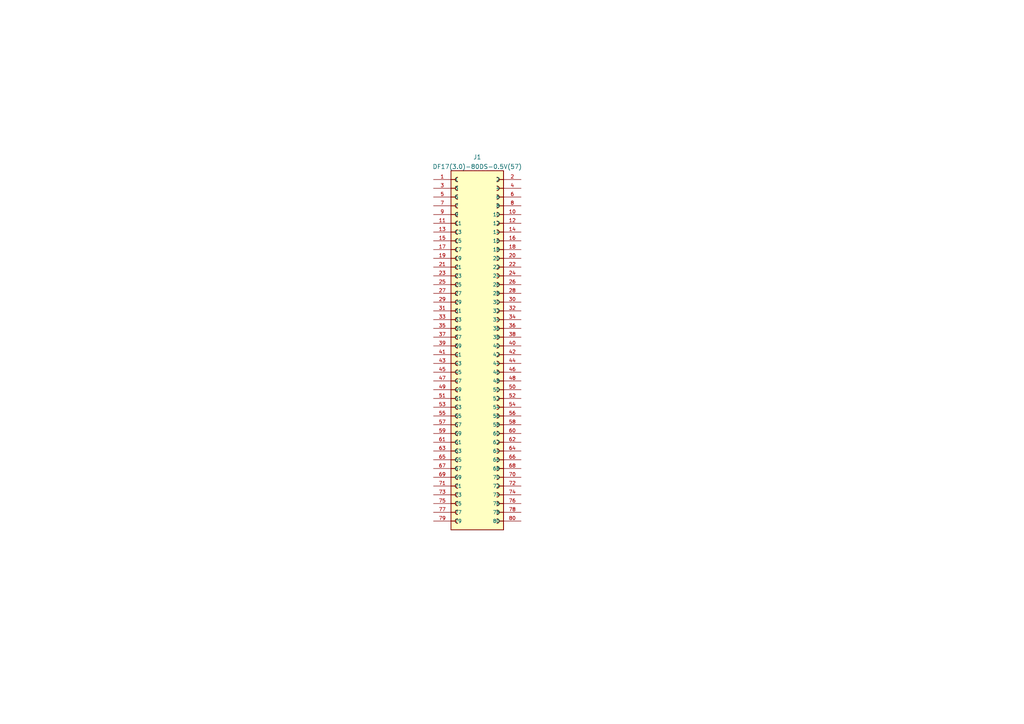
<source format=kicad_sch>
(kicad_sch (version 20211123) (generator eeschema)
  (paper "A4")
  (lib_symbols
    (symbol "DF17_3.0_-80DS-0.5V_57_:DF17(3.0)-80DS-0.5V(57)" (pin_names (offset 1.016))
      (property "Reference" "J" (at -8.128 53.34 0))
      (property "Value" "DF17(3.0)-80DS-0.5V(57)" (at -7.62 -53.34 0))
      (symbol "DF17(3.0)-80DS-0.5V(57)_0_0"
        (rectangle (start -7.62 -50.8) (end 7.62 53.34) (stroke (width 0.254)) (fill (type background)))
        (arc (start -5.715 -47.625) (mid -6.35 -48.26) (end -5.715 -48.895) (stroke (width 0.254)))
        (arc (start -5.715 -45.085) (mid -6.35 -45.72) (end -5.715 -46.355) (stroke (width 0.254)))
        (arc (start -5.715 -42.545) (mid -6.35 -43.18) (end -5.715 -43.815) (stroke (width 0.254)))
        (arc (start -5.715 -40.005) (mid -6.35 -40.64) (end -5.715 -41.275) (stroke (width 0.254)))
        (arc (start -5.715 -37.465) (mid -6.35 -38.1) (end -5.715 -38.735) (stroke (width 0.254)))
        (arc (start -5.715 -34.925) (mid -6.35 -35.56) (end -5.715 -36.195) (stroke (width 0.254)))
        (arc (start -5.715 -32.385) (mid -6.35 -33.02) (end -5.715 -33.655) (stroke (width 0.254)))
        (arc (start -5.715 -29.845) (mid -6.35 -30.48) (end -5.715 -31.115) (stroke (width 0.254)))
        (arc (start -5.715 -27.305) (mid -6.35 -27.94) (end -5.715 -28.575) (stroke (width 0.254)))
        (arc (start -5.715 -24.765) (mid -6.35 -25.4) (end -5.715 -26.035) (stroke (width 0.254)))
        (arc (start -5.715 -22.225) (mid -6.35 -22.86) (end -5.715 -23.495) (stroke (width 0.254)))
        (arc (start -5.715 -19.685) (mid -6.35 -20.32) (end -5.715 -20.955) (stroke (width 0.254)))
        (arc (start -5.715 -17.145) (mid -6.35 -17.78) (end -5.715 -18.415) (stroke (width 0.254)))
        (arc (start -5.715 -14.605) (mid -6.35 -15.24) (end -5.715 -15.875) (stroke (width 0.254)))
        (arc (start -5.715 -12.065) (mid -6.35 -12.7) (end -5.715 -13.335) (stroke (width 0.254)))
        (arc (start -5.715 -9.525) (mid -6.35 -10.16) (end -5.715 -10.795) (stroke (width 0.254)))
        (arc (start -5.715 -6.985) (mid -6.35 -7.62) (end -5.715 -8.255) (stroke (width 0.254)))
        (arc (start -5.715 -4.445) (mid -6.35 -5.08) (end -5.715 -5.715) (stroke (width 0.254)))
        (arc (start -5.715 -1.905) (mid -6.35 -2.54) (end -5.715 -3.175) (stroke (width 0.254)))
        (arc (start -5.715 0.635) (mid -6.35 0) (end -5.715 -0.635) (stroke (width 0.254)))
        (arc (start -5.715 3.175) (mid -6.35 2.54) (end -5.715 1.905) (stroke (width 0.254)))
        (arc (start -5.715 5.715) (mid -6.35 5.08) (end -5.715 4.445) (stroke (width 0.254)))
        (arc (start -5.715 8.255) (mid -6.35 7.62) (end -5.715 6.985) (stroke (width 0.254)))
        (arc (start -5.715 10.795) (mid -6.35 10.16) (end -5.715 9.525) (stroke (width 0.254)))
        (arc (start -5.715 13.335) (mid -6.35 12.7) (end -5.715 12.065) (stroke (width 0.254)))
        (arc (start -5.715 15.875) (mid -6.35 15.24) (end -5.715 14.605) (stroke (width 0.254)))
        (arc (start -5.715 18.415) (mid -6.35 17.78) (end -5.715 17.145) (stroke (width 0.254)))
        (arc (start -5.715 20.955) (mid -6.35 20.32) (end -5.715 19.685) (stroke (width 0.254)))
        (arc (start -5.715 23.495) (mid -6.35 22.86) (end -5.715 22.225) (stroke (width 0.254)))
        (arc (start -5.715 26.035) (mid -6.35 25.4) (end -5.715 24.765) (stroke (width 0.254)))
        (arc (start -5.715 28.575) (mid -6.35 27.94) (end -5.715 27.305) (stroke (width 0.254)))
        (arc (start -5.715 31.115) (mid -6.35 30.48) (end -5.715 29.845) (stroke (width 0.254)))
        (arc (start -5.715 33.655) (mid -6.35 33.02) (end -5.715 32.385) (stroke (width 0.254)))
        (arc (start -5.715 36.195) (mid -6.35 35.56) (end -5.715 34.925) (stroke (width 0.254)))
        (arc (start -5.715 38.735) (mid -6.35 38.1) (end -5.715 37.465) (stroke (width 0.254)))
        (arc (start -5.715 41.275) (mid -6.35 40.64) (end -5.715 40.005) (stroke (width 0.254)))
        (arc (start -5.715 43.815) (mid -6.35 43.18) (end -5.715 42.545) (stroke (width 0.254)))
        (arc (start -5.715 46.355) (mid -6.35 45.72) (end -5.715 45.085) (stroke (width 0.254)))
        (arc (start -5.715 48.895) (mid -6.35 48.26) (end -5.715 47.625) (stroke (width 0.254)))
        (arc (start -5.715 51.435) (mid -6.35 50.8) (end -5.715 50.165) (stroke (width 0.254)))
        (polyline (pts (xy -7.62 -48.26) (xy -6.35 -48.26)) (stroke (width 0.254)))
        (polyline (pts (xy -7.62 -45.72) (xy -6.35 -45.72)) (stroke (width 0.254)))
        (polyline (pts (xy -7.62 -43.18) (xy -6.35 -43.18)) (stroke (width 0.254)))
        (polyline (pts (xy -7.62 -40.64) (xy -6.35 -40.64)) (stroke (width 0.254)))
        (polyline (pts (xy -7.62 -38.1) (xy -6.35 -38.1)) (stroke (width 0.254)))
        (polyline (pts (xy -7.62 -35.56) (xy -6.35 -35.56)) (stroke (width 0.254)))
        (polyline (pts (xy -7.62 -33.02) (xy -6.35 -33.02)) (stroke (width 0.254)))
        (polyline (pts (xy -7.62 -30.48) (xy -6.35 -30.48)) (stroke (width 0.254)))
        (polyline (pts (xy -7.62 -27.94) (xy -6.35 -27.94)) (stroke (width 0.254)))
        (polyline (pts (xy -7.62 -25.4) (xy -6.35 -25.4)) (stroke (width 0.254)))
        (polyline (pts (xy -7.62 -22.86) (xy -6.35 -22.86)) (stroke (width 0.254)))
        (polyline (pts (xy -7.62 -20.32) (xy -6.35 -20.32)) (stroke (width 0.254)))
        (polyline (pts (xy -7.62 -17.78) (xy -6.35 -17.78)) (stroke (width 0.254)))
        (polyline (pts (xy -7.62 -15.24) (xy -6.35 -15.24)) (stroke (width 0.254)))
        (polyline (pts (xy -7.62 -12.7) (xy -6.35 -12.7)) (stroke (width 0.254)))
        (polyline (pts (xy -7.62 -10.16) (xy -6.35 -10.16)) (stroke (width 0.254)))
        (polyline (pts (xy -7.62 -7.62) (xy -6.35 -7.62)) (stroke (width 0.254)))
        (polyline (pts (xy -7.62 -5.08) (xy -6.35 -5.08)) (stroke (width 0.254)))
        (polyline (pts (xy -7.62 -2.54) (xy -6.35 -2.54)) (stroke (width 0.254)))
        (polyline (pts (xy -7.62 0) (xy -6.35 0)) (stroke (width 0.254)))
        (polyline (pts (xy -7.62 2.54) (xy -6.35 2.54)) (stroke (width 0.254)))
        (polyline (pts (xy -7.62 5.08) (xy -6.35 5.08)) (stroke (width 0.254)))
        (polyline (pts (xy -7.62 7.62) (xy -6.35 7.62)) (stroke (width 0.254)))
        (polyline (pts (xy -7.62 10.16) (xy -6.35 10.16)) (stroke (width 0.254)))
        (polyline (pts (xy -7.62 12.7) (xy -6.35 12.7)) (stroke (width 0.254)))
        (polyline (pts (xy -7.62 15.24) (xy -6.35 15.24)) (stroke (width 0.254)))
        (polyline (pts (xy -7.62 17.78) (xy -6.35 17.78)) (stroke (width 0.254)))
        (polyline (pts (xy -7.62 20.32) (xy -6.35 20.32)) (stroke (width 0.254)))
        (polyline (pts (xy -7.62 22.86) (xy -6.35 22.86)) (stroke (width 0.254)))
        (polyline (pts (xy -7.62 25.4) (xy -6.35 25.4)) (stroke (width 0.254)))
        (polyline (pts (xy -7.62 27.94) (xy -6.35 27.94)) (stroke (width 0.254)))
        (polyline (pts (xy -7.62 30.48) (xy -6.35 30.48)) (stroke (width 0.254)))
        (polyline (pts (xy -7.62 33.02) (xy -6.35 33.02)) (stroke (width 0.254)))
        (polyline (pts (xy -7.62 35.56) (xy -6.35 35.56)) (stroke (width 0.254)))
        (polyline (pts (xy -7.62 38.1) (xy -6.35 38.1)) (stroke (width 0.254)))
        (polyline (pts (xy -7.62 40.64) (xy -6.35 40.64)) (stroke (width 0.254)))
        (polyline (pts (xy -7.62 43.18) (xy -6.35 43.18)) (stroke (width 0.254)))
        (polyline (pts (xy -7.62 45.72) (xy -6.35 45.72)) (stroke (width 0.254)))
        (polyline (pts (xy -7.62 48.26) (xy -6.35 48.26)) (stroke (width 0.254)))
        (polyline (pts (xy -7.62 50.8) (xy -6.35 50.8)) (stroke (width 0.254)))
        (polyline (pts (xy 7.62 -48.26) (xy 6.35 -48.26)) (stroke (width 0.254)))
        (polyline (pts (xy 7.62 -45.72) (xy 6.35 -45.72)) (stroke (width 0.254)))
        (polyline (pts (xy 7.62 -43.18) (xy 6.35 -43.18)) (stroke (width 0.254)))
        (polyline (pts (xy 7.62 -40.64) (xy 6.35 -40.64)) (stroke (width 0.254)))
        (polyline (pts (xy 7.62 -38.1) (xy 6.35 -38.1)) (stroke (width 0.254)))
        (polyline (pts (xy 7.62 -35.56) (xy 6.35 -35.56)) (stroke (width 0.254)))
        (polyline (pts (xy 7.62 -33.02) (xy 6.35 -33.02)) (stroke (width 0.254)))
        (polyline (pts (xy 7.62 -30.48) (xy 6.35 -30.48)) (stroke (width 0.254)))
        (polyline (pts (xy 7.62 -27.94) (xy 6.35 -27.94)) (stroke (width 0.254)))
        (polyline (pts (xy 7.62 -25.4) (xy 6.35 -25.4)) (stroke (width 0.254)))
        (polyline (pts (xy 7.62 -22.86) (xy 6.35 -22.86)) (stroke (width 0.254)))
        (polyline (pts (xy 7.62 -20.32) (xy 6.35 -20.32)) (stroke (width 0.254)))
        (polyline (pts (xy 7.62 -17.78) (xy 6.35 -17.78)) (stroke (width 0.254)))
        (polyline (pts (xy 7.62 -15.24) (xy 6.35 -15.24)) (stroke (width 0.254)))
        (polyline (pts (xy 7.62 -12.7) (xy 6.35 -12.7)) (stroke (width 0.254)))
        (polyline (pts (xy 7.62 -10.16) (xy 6.35 -10.16)) (stroke (width 0.254)))
        (polyline (pts (xy 7.62 -7.62) (xy 6.35 -7.62)) (stroke (width 0.254)))
        (polyline (pts (xy 7.62 -5.08) (xy 6.35 -5.08)) (stroke (width 0.254)))
        (polyline (pts (xy 7.62 -2.54) (xy 6.35 -2.54)) (stroke (width 0.254)))
        (polyline (pts (xy 7.62 0) (xy 6.35 0)) (stroke (width 0.254)))
        (polyline (pts (xy 7.62 2.54) (xy 6.35 2.54)) (stroke (width 0.254)))
        (polyline (pts (xy 7.62 5.08) (xy 6.35 5.08)) (stroke (width 0.254)))
        (polyline (pts (xy 7.62 7.62) (xy 6.35 7.62)) (stroke (width 0.254)))
        (polyline (pts (xy 7.62 10.16) (xy 6.35 10.16)) (stroke (width 0.254)))
        (polyline (pts (xy 7.62 12.7) (xy 6.35 12.7)) (stroke (width 0.254)))
        (polyline (pts (xy 7.62 15.24) (xy 6.35 15.24)) (stroke (width 0.254)))
        (polyline (pts (xy 7.62 17.78) (xy 6.35 17.78)) (stroke (width 0.254)))
        (polyline (pts (xy 7.62 20.32) (xy 6.35 20.32)) (stroke (width 0.254)))
        (polyline (pts (xy 7.62 22.86) (xy 6.35 22.86)) (stroke (width 0.254)))
        (polyline (pts (xy 7.62 25.4) (xy 6.35 25.4)) (stroke (width 0.254)))
        (polyline (pts (xy 7.62 27.94) (xy 6.35 27.94)) (stroke (width 0.254)))
        (polyline (pts (xy 7.62 30.48) (xy 6.35 30.48)) (stroke (width 0.254)))
        (polyline (pts (xy 7.62 33.02) (xy 6.35 33.02)) (stroke (width 0.254)))
        (polyline (pts (xy 7.62 35.56) (xy 6.35 35.56)) (stroke (width 0.254)))
        (polyline (pts (xy 7.62 38.1) (xy 6.35 38.1)) (stroke (width 0.254)))
        (polyline (pts (xy 7.62 40.64) (xy 6.35 40.64)) (stroke (width 0.254)))
        (polyline (pts (xy 7.62 43.18) (xy 6.35 43.18)) (stroke (width 0.254)))
        (polyline (pts (xy 7.62 45.72) (xy 6.35 45.72)) (stroke (width 0.254)))
        (polyline (pts (xy 7.62 48.26) (xy 6.35 48.26)) (stroke (width 0.254)))
        (polyline (pts (xy 7.62 50.8) (xy 6.35 50.8)) (stroke (width 0.254)))
        (arc (start 5.715 -48.895) (mid 6.35 -48.26) (end 5.715 -47.625) (stroke (width 0.254)))
        (arc (start 5.715 -46.355) (mid 6.35 -45.72) (end 5.715 -45.085) (stroke (width 0.254)))
        (arc (start 5.715 -43.815) (mid 6.35 -43.18) (end 5.715 -42.545) (stroke (width 0.254)))
        (arc (start 5.715 -41.275) (mid 6.35 -40.64) (end 5.715 -40.005) (stroke (width 0.254)))
        (arc (start 5.715 -38.735) (mid 6.35 -38.1) (end 5.715 -37.465) (stroke (width 0.254)))
        (arc (start 5.715 -36.195) (mid 6.35 -35.56) (end 5.715 -34.925) (stroke (width 0.254)))
        (arc (start 5.715 -33.655) (mid 6.35 -33.02) (end 5.715 -32.385) (stroke (width 0.254)))
        (arc (start 5.715 -31.115) (mid 6.35 -30.48) (end 5.715 -29.845) (stroke (width 0.254)))
        (arc (start 5.715 -28.575) (mid 6.35 -27.94) (end 5.715 -27.305) (stroke (width 0.254)))
        (arc (start 5.715 -26.035) (mid 6.35 -25.4) (end 5.715 -24.765) (stroke (width 0.254)))
        (arc (start 5.715 -23.495) (mid 6.35 -22.86) (end 5.715 -22.225) (stroke (width 0.254)))
        (arc (start 5.715 -20.955) (mid 6.35 -20.32) (end 5.715 -19.685) (stroke (width 0.254)))
        (arc (start 5.715 -18.415) (mid 6.35 -17.78) (end 5.715 -17.145) (stroke (width 0.254)))
        (arc (start 5.715 -15.875) (mid 6.35 -15.24) (end 5.715 -14.605) (stroke (width 0.254)))
        (arc (start 5.715 -13.335) (mid 6.35 -12.7) (end 5.715 -12.065) (stroke (width 0.254)))
        (arc (start 5.715 -10.795) (mid 6.35 -10.16) (end 5.715 -9.525) (stroke (width 0.254)))
        (arc (start 5.715 -8.255) (mid 6.35 -7.62) (end 5.715 -6.985) (stroke (width 0.254)))
        (arc (start 5.715 -5.715) (mid 6.35 -5.08) (end 5.715 -4.445) (stroke (width 0.254)))
        (arc (start 5.715 -3.175) (mid 6.35 -2.54) (end 5.715 -1.905) (stroke (width 0.254)))
        (arc (start 5.715 -0.635) (mid 6.35 0) (end 5.715 0.635) (stroke (width 0.254)))
        (arc (start 5.715 1.905) (mid 6.35 2.54) (end 5.715 3.175) (stroke (width 0.254)))
        (arc (start 5.715 4.445) (mid 6.35 5.08) (end 5.715 5.715) (stroke (width 0.254)))
        (arc (start 5.715 6.985) (mid 6.35 7.62) (end 5.715 8.255) (stroke (width 0.254)))
        (arc (start 5.715 9.525) (mid 6.35 10.16) (end 5.715 10.795) (stroke (width 0.254)))
        (arc (start 5.715 12.065) (mid 6.35 12.7) (end 5.715 13.335) (stroke (width 0.254)))
        (arc (start 5.715 14.605) (mid 6.35 15.24) (end 5.715 15.875) (stroke (width 0.254)))
        (arc (start 5.715 17.145) (mid 6.35 17.78) (end 5.715 18.415) (stroke (width 0.254)))
        (arc (start 5.715 19.685) (mid 6.35 20.32) (end 5.715 20.955) (stroke (width 0.254)))
        (arc (start 5.715 22.225) (mid 6.35 22.86) (end 5.715 23.495) (stroke (width 0.254)))
        (arc (start 5.715 24.765) (mid 6.35 25.4) (end 5.715 26.035) (stroke (width 0.254)))
        (arc (start 5.715 27.305) (mid 6.35 27.94) (end 5.715 28.575) (stroke (width 0.254)))
        (arc (start 5.715 29.845) (mid 6.35 30.48) (end 5.715 31.115) (stroke (width 0.254)))
        (arc (start 5.715 32.385) (mid 6.35 33.02) (end 5.715 33.655) (stroke (width 0.254)))
        (arc (start 5.715 34.925) (mid 6.35 35.56) (end 5.715 36.195) (stroke (width 0.254)))
        (arc (start 5.715 37.465) (mid 6.35 38.1) (end 5.715 38.735) (stroke (width 0.254)))
        (arc (start 5.715 40.005) (mid 6.35 40.64) (end 5.715 41.275) (stroke (width 0.254)))
        (arc (start 5.715 42.545) (mid 6.35 43.18) (end 5.715 43.815) (stroke (width 0.254)))
        (arc (start 5.715 45.085) (mid 6.35 45.72) (end 5.715 46.355) (stroke (width 0.254)))
        (arc (start 5.715 47.625) (mid 6.35 48.26) (end 5.715 48.895) (stroke (width 0.254)))
        (arc (start 5.715 50.165) (mid 6.35 50.8) (end 5.715 51.435) (stroke (width 0.254)))
        (pin passive line (at -12.7 50.8 0) (length 5.08) (name "1") (number "1"))
        (pin passive line (at 12.7 40.64 180) (length 5.08) (name "10") (number "10"))
        (pin passive line (at -12.7 38.1 0) (length 5.08) (name "11") (number "11"))
        (pin passive line (at 12.7 38.1 180) (length 5.08) (name "12") (number "12"))
        (pin passive line (at -12.7 35.56 0) (length 5.08) (name "13") (number "13"))
        (pin passive line (at 12.7 35.56 180) (length 5.08) (name "14") (number "14"))
        (pin passive line (at -12.7 33.02 0) (length 5.08) (name "15") (number "15"))
        (pin passive line (at 12.7 33.02 180) (length 5.08) (name "16") (number "16"))
        (pin passive line (at -12.7 30.48 0) (length 5.08) (name "17") (number "17"))
        (pin passive line (at 12.7 30.48 180) (length 5.08) (name "18") (number "18"))
        (pin passive line (at -12.7 27.94 0) (length 5.08) (name "19") (number "19"))
        (pin passive line (at 12.7 50.8 180) (length 5.08) (name "2") (number "2"))
        (pin passive line (at 12.7 27.94 180) (length 5.08) (name "20") (number "20"))
        (pin passive line (at -12.7 25.4 0) (length 5.08) (name "21") (number "21"))
        (pin passive line (at 12.7 25.4 180) (length 5.08) (name "22") (number "22"))
        (pin passive line (at -12.7 22.86 0) (length 5.08) (name "23") (number "23"))
        (pin passive line (at 12.7 22.86 180) (length 5.08) (name "24") (number "24"))
        (pin passive line (at -12.7 20.32 0) (length 5.08) (name "25") (number "25"))
        (pin passive line (at 12.7 20.32 180) (length 5.08) (name "26") (number "26"))
        (pin passive line (at -12.7 17.78 0) (length 5.08) (name "27") (number "27"))
        (pin passive line (at 12.7 17.78 180) (length 5.08) (name "28") (number "28"))
        (pin passive line (at -12.7 15.24 0) (length 5.08) (name "29") (number "29"))
        (pin passive line (at -12.7 48.26 0) (length 5.08) (name "3") (number "3"))
        (pin passive line (at 12.7 15.24 180) (length 5.08) (name "30") (number "30"))
        (pin passive line (at -12.7 12.7 0) (length 5.08) (name "31") (number "31"))
        (pin passive line (at 12.7 12.7 180) (length 5.08) (name "32") (number "32"))
        (pin passive line (at -12.7 10.16 0) (length 5.08) (name "33") (number "33"))
        (pin passive line (at 12.7 10.16 180) (length 5.08) (name "34") (number "34"))
        (pin passive line (at -12.7 7.62 0) (length 5.08) (name "35") (number "35"))
        (pin passive line (at 12.7 7.62 180) (length 5.08) (name "36") (number "36"))
        (pin passive line (at -12.7 5.08 0) (length 5.08) (name "37") (number "37"))
        (pin passive line (at 12.7 5.08 180) (length 5.08) (name "38") (number "38"))
        (pin passive line (at -12.7 2.54 0) (length 5.08) (name "39") (number "39"))
        (pin passive line (at 12.7 48.26 180) (length 5.08) (name "4") (number "4"))
        (pin passive line (at 12.7 2.54 180) (length 5.08) (name "40") (number "40"))
        (pin passive line (at -12.7 0 0) (length 5.08) (name "41") (number "41"))
        (pin passive line (at 12.7 0 180) (length 5.08) (name "42") (number "42"))
        (pin passive line (at -12.7 -2.54 0) (length 5.08) (name "43") (number "43"))
        (pin passive line (at 12.7 -2.54 180) (length 5.08) (name "44") (number "44"))
        (pin passive line (at -12.7 -5.08 0) (length 5.08) (name "45") (number "45"))
        (pin passive line (at 12.7 -5.08 180) (length 5.08) (name "46") (number "46"))
        (pin passive line (at -12.7 -7.62 0) (length 5.08) (name "47") (number "47"))
        (pin passive line (at 12.7 -7.62 180) (length 5.08) (name "48") (number "48"))
        (pin passive line (at -12.7 -10.16 0) (length 5.08) (name "49") (number "49"))
        (pin passive line (at -12.7 45.72 0) (length 5.08) (name "5") (number "5"))
        (pin passive line (at 12.7 -10.16 180) (length 5.08) (name "50") (number "50"))
        (pin passive line (at -12.7 -12.7 0) (length 5.08) (name "51") (number "51"))
        (pin passive line (at 12.7 -12.7 180) (length 5.08) (name "52") (number "52"))
        (pin passive line (at -12.7 -15.24 0) (length 5.08) (name "53") (number "53"))
        (pin passive line (at 12.7 -15.24 180) (length 5.08) (name "54") (number "54"))
        (pin passive line (at -12.7 -17.78 0) (length 5.08) (name "55") (number "55"))
        (pin passive line (at 12.7 -17.78 180) (length 5.08) (name "56") (number "56"))
        (pin passive line (at -12.7 -20.32 0) (length 5.08) (name "57") (number "57"))
        (pin passive line (at 12.7 -20.32 180) (length 5.08) (name "58") (number "58"))
        (pin passive line (at -12.7 -22.86 0) (length 5.08) (name "59") (number "59"))
        (pin passive line (at 12.7 45.72 180) (length 5.08) (name "6") (number "6"))
        (pin passive line (at 12.7 -22.86 180) (length 5.08) (name "60") (number "60"))
        (pin passive line (at -12.7 -25.4 0) (length 5.08) (name "61") (number "61"))
        (pin passive line (at 12.7 -25.4 180) (length 5.08) (name "62") (number "62"))
        (pin passive line (at -12.7 -27.94 0) (length 5.08) (name "63") (number "63"))
        (pin passive line (at 12.7 -27.94 180) (length 5.08) (name "64") (number "64"))
        (pin passive line (at -12.7 -30.48 0) (length 5.08) (name "65") (number "65"))
        (pin passive line (at 12.7 -30.48 180) (length 5.08) (name "66") (number "66"))
        (pin passive line (at -12.7 -33.02 0) (length 5.08) (name "67") (number "67"))
        (pin passive line (at 12.7 -33.02 180) (length 5.08) (name "68") (number "68"))
        (pin passive line (at -12.7 -35.56 0) (length 5.08) (name "69") (number "69"))
        (pin passive line (at -12.7 43.18 0) (length 5.08) (name "7") (number "7"))
        (pin passive line (at 12.7 -35.56 180) (length 5.08) (name "70") (number "70"))
        (pin passive line (at -12.7 -38.1 0) (length 5.08) (name "71") (number "71"))
        (pin passive line (at 12.7 -38.1 180) (length 5.08) (name "72") (number "72"))
        (pin passive line (at -12.7 -40.64 0) (length 5.08) (name "73") (number "73"))
        (pin passive line (at 12.7 -40.64 180) (length 5.08) (name "74") (number "74"))
        (pin passive line (at -12.7 -43.18 0) (length 5.08) (name "75") (number "75"))
        (pin passive line (at 12.7 -43.18 180) (length 5.08) (name "76") (number "76"))
        (pin passive line (at -12.7 -45.72 0) (length 5.08) (name "77") (number "77"))
        (pin passive line (at 12.7 -45.72 180) (length 5.08) (name "78") (number "78"))
        (pin passive line (at -12.7 -48.26 0) (length 5.08) (name "79") (number "79"))
        (pin passive line (at 12.7 43.18 180) (length 5.08) (name "8") (number "8"))
        (pin passive line (at 12.7 -48.26 180) (length 5.08) (name "80") (number "80"))
        (pin passive line (at -12.7 40.64 0) (length 5.08) (name "9") (number "9"))
      )
    )
  )
  (symbol (lib_id "DF17_3.0_-80DS-0.5V_57_:DF17(3.0)-80DS-0.5V(57)") (at 138.43 102.87 0) (unit 1)
    (property "Reference" "J1" (at 138.43 45.5635 0))
    (property "Value" "DF17(3.0)-80DS-0.5V(57)" (at 138.43 48.3386 0))
    (property "Footprint" "HRS_DF17(3.0)-80DS-0.5V(57)" (effects hide))
    (property "MANUFACTURER" "HRS" (effects hide))
  )
)
</source>
